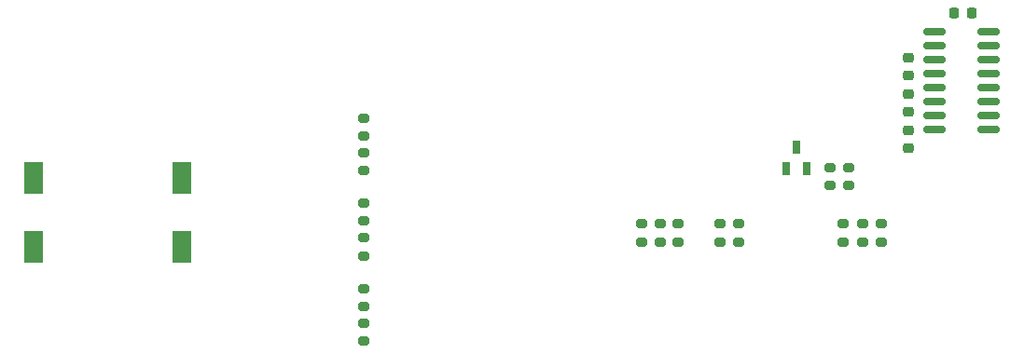
<source format=gbr>
%TF.GenerationSoftware,KiCad,Pcbnew,6.0.9-8da3e8f707~117~ubuntu20.04.1*%
%TF.CreationDate,2023-01-24T20:19:18-08:00*%
%TF.ProjectId,PDB,5044422e-6b69-4636-9164-5f7063625858,rev?*%
%TF.SameCoordinates,Original*%
%TF.FileFunction,Paste,Top*%
%TF.FilePolarity,Positive*%
%FSLAX46Y46*%
G04 Gerber Fmt 4.6, Leading zero omitted, Abs format (unit mm)*
G04 Created by KiCad (PCBNEW 6.0.9-8da3e8f707~117~ubuntu20.04.1) date 2023-01-24 20:19:18*
%MOMM*%
%LPD*%
G01*
G04 APERTURE LIST*
G04 Aperture macros list*
%AMRoundRect*
0 Rectangle with rounded corners*
0 $1 Rounding radius*
0 $2 $3 $4 $5 $6 $7 $8 $9 X,Y pos of 4 corners*
0 Add a 4 corners polygon primitive as box body*
4,1,4,$2,$3,$4,$5,$6,$7,$8,$9,$2,$3,0*
0 Add four circle primitives for the rounded corners*
1,1,$1+$1,$2,$3*
1,1,$1+$1,$4,$5*
1,1,$1+$1,$6,$7*
1,1,$1+$1,$8,$9*
0 Add four rect primitives between the rounded corners*
20,1,$1+$1,$2,$3,$4,$5,0*
20,1,$1+$1,$4,$5,$6,$7,0*
20,1,$1+$1,$6,$7,$8,$9,0*
20,1,$1+$1,$8,$9,$2,$3,0*%
G04 Aperture macros list end*
%ADD10RoundRect,0.200000X0.275000X-0.200000X0.275000X0.200000X-0.275000X0.200000X-0.275000X-0.200000X0*%
%ADD11RoundRect,0.225000X0.225000X0.250000X-0.225000X0.250000X-0.225000X-0.250000X0.225000X-0.250000X0*%
%ADD12RoundRect,0.200000X-0.275000X0.200000X-0.275000X-0.200000X0.275000X-0.200000X0.275000X0.200000X0*%
%ADD13RoundRect,0.225000X0.250000X-0.225000X0.250000X0.225000X-0.250000X0.225000X-0.250000X-0.225000X0*%
%ADD14R,1.651000X2.921000*%
%ADD15R,0.700000X1.250000*%
%ADD16RoundRect,0.150000X-0.825000X-0.150000X0.825000X-0.150000X0.825000X0.150000X-0.825000X0.150000X0*%
%ADD17RoundRect,0.225000X-0.250000X0.225000X-0.250000X-0.225000X0.250000X-0.225000X0.250000X0.225000X0*%
G04 APERTURE END LIST*
D10*
%TO.C,R11*%
X140589000Y-87312000D03*
X140589000Y-85662000D03*
%TD*%
%TO.C,R7*%
X118872000Y-87312000D03*
X118872000Y-85662000D03*
%TD*%
%TO.C,R6*%
X93599000Y-77723000D03*
X93599000Y-76073000D03*
%TD*%
D11*
%TO.C,C3*%
X148792000Y-66548000D03*
X147242000Y-66548000D03*
%TD*%
D12*
%TO.C,R12*%
X125984000Y-85662000D03*
X125984000Y-87312000D03*
%TD*%
D10*
%TO.C,R2*%
X93599000Y-93218000D03*
X93599000Y-91568000D03*
%TD*%
D13*
%TO.C,C5*%
X143064000Y-75451000D03*
X143064000Y-73901000D03*
%TD*%
D12*
%TO.C,R5*%
X93599000Y-79185000D03*
X93599000Y-80835000D03*
%TD*%
%TO.C,R3*%
X93599000Y-83757000D03*
X93599000Y-85407000D03*
%TD*%
D14*
%TO.C,F1*%
X63627000Y-81534000D03*
X63627000Y-87757000D03*
X77089000Y-81534000D03*
X77089000Y-87757000D03*
%TD*%
D10*
%TO.C,R10*%
X138938000Y-87312000D03*
X138938000Y-85662000D03*
%TD*%
D12*
%TO.C,R14*%
X137160000Y-85662000D03*
X137160000Y-87312000D03*
%TD*%
D13*
%TO.C,C4*%
X143064000Y-72149000D03*
X143064000Y-70599000D03*
%TD*%
D10*
%TO.C,R1*%
X93599000Y-96330000D03*
X93599000Y-94680000D03*
%TD*%
%TO.C,R4*%
X93599000Y-88582000D03*
X93599000Y-86932000D03*
%TD*%
%TO.C,R15*%
X137631000Y-80529600D03*
X137631000Y-82179600D03*
%TD*%
%TO.C,R9*%
X122174000Y-87312000D03*
X122174000Y-85662000D03*
%TD*%
D15*
%TO.C,Q1*%
X131956000Y-80679600D03*
X133856000Y-80679600D03*
X132906000Y-78679600D03*
%TD*%
D12*
%TO.C,R13*%
X127635000Y-85662000D03*
X127635000Y-87312000D03*
%TD*%
D16*
%TO.C,FTDI1*%
X145415000Y-68199000D03*
X145415000Y-69469000D03*
X145415000Y-70739000D03*
X145415000Y-72009000D03*
X145415000Y-73279000D03*
X145415000Y-74549000D03*
X145415000Y-75819000D03*
X145415000Y-77089000D03*
X150365000Y-77089000D03*
X150365000Y-75819000D03*
X150365000Y-74549000D03*
X150365000Y-73279000D03*
X150365000Y-72009000D03*
X150365000Y-70739000D03*
X150365000Y-69469000D03*
X150365000Y-68199000D03*
%TD*%
D10*
%TO.C,R16*%
X135980000Y-82179600D03*
X135980000Y-80529600D03*
%TD*%
D17*
%TO.C,C6*%
X143064000Y-77203000D03*
X143064000Y-78753000D03*
%TD*%
D10*
%TO.C,R8*%
X120523000Y-87312000D03*
X120523000Y-85662000D03*
%TD*%
M02*

</source>
